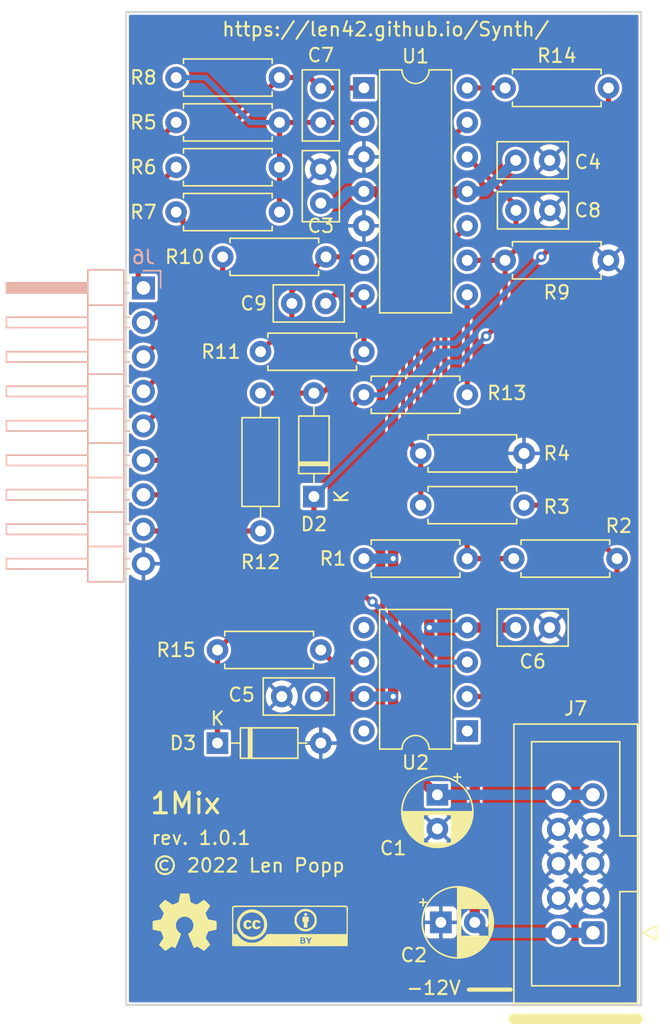
<source format=kicad_pcb>
(kicad_pcb (version 20211014) (generator pcbnew)

  (general
    (thickness 1.6)
  )

  (paper "A4")
  (title_block
    (title "Eurorack Mixer")
    (date "2022-12-22")
    (rev "1.0.1")
    (company "Len Popp")
    (comment 1 "Copyright © 2022 Len Popp CC BY")
    (comment 2 "Board settings comply with requirements of OSH Park https://oshpark.com/")
    (comment 3 "Eurorack 3:1 mixer module - 4HP")
  )

  (layers
    (0 "F.Cu" signal)
    (31 "B.Cu" signal)
    (36 "B.SilkS" user "B.Silkscreen")
    (37 "F.SilkS" user "F.Silkscreen")
    (38 "B.Mask" user)
    (39 "F.Mask" user)
    (40 "Dwgs.User" user "User.Drawings")
    (41 "Cmts.User" user "User.Comments")
    (44 "Edge.Cuts" user)
    (45 "Margin" user)
    (46 "B.CrtYd" user "B.Courtyard")
    (47 "F.CrtYd" user "F.Courtyard")
    (48 "B.Fab" user)
    (49 "F.Fab" user)
  )

  (setup
    (stackup
      (layer "F.SilkS" (type "Top Silk Screen"))
      (layer "F.Mask" (type "Top Solder Mask") (thickness 0.01))
      (layer "F.Cu" (type "copper") (thickness 0.035))
      (layer "dielectric 1" (type "core") (thickness 1.51) (material "FR4") (epsilon_r 4.5) (loss_tangent 0.02))
      (layer "B.Cu" (type "copper") (thickness 0.035))
      (layer "B.Mask" (type "Bottom Solder Mask") (thickness 0.01))
      (layer "B.SilkS" (type "Bottom Silk Screen"))
      (copper_finish "None")
      (dielectric_constraints no)
    )
    (pad_to_mask_clearance 0.0508)
    (pcbplotparams
      (layerselection 0x00010f0_ffffffff)
      (disableapertmacros false)
      (usegerberextensions true)
      (usegerberattributes true)
      (usegerberadvancedattributes true)
      (creategerberjobfile false)
      (svguseinch false)
      (svgprecision 6)
      (excludeedgelayer true)
      (plotframeref false)
      (viasonmask false)
      (mode 1)
      (useauxorigin false)
      (hpglpennumber 1)
      (hpglpenspeed 20)
      (hpglpendiameter 15.000000)
      (dxfpolygonmode true)
      (dxfimperialunits true)
      (dxfusepcbnewfont true)
      (psnegative false)
      (psa4output false)
      (plotreference true)
      (plotvalue true)
      (plotinvisibletext false)
      (sketchpadsonfab false)
      (subtractmaskfromsilk true)
      (outputformat 1)
      (mirror false)
      (drillshape 0)
      (scaleselection 1)
      (outputdirectory "gerbers/gerbers/")
    )
  )

  (net 0 "")
  (net 1 "+12V")
  (net 2 "GND")
  (net 3 "-12V")
  (net 4 "GAIN")
  (net 5 "Net-(C9-Pad1)")
  (net 6 "Net-(C7-Pad1)")
  (net 7 "Net-(C8-Pad1)")
  (net 8 "Net-(C9-Pad2)")
  (net 9 "LED-RED")
  (net 10 "LED-GREEN")
  (net 11 "OUT")
  (net 12 "IN-ATTEN-1")
  (net 13 "IN-ATTEN-2")
  (net 14 "IN-ATTEN-3")
  (net 15 "GAIN-ATTEN")
  (net 16 "Net-(R13-Pad1)")
  (net 17 "Net-(R14-Pad1)")
  (net 18 "Net-(R15-Pad1)")
  (net 19 "unconnected-(U2-Pad1)")
  (net 20 "unconnected-(U2-Pad5)")
  (net 21 "unconnected-(U2-Pad8)")
  (net 22 "VREF-5")
  (net 23 "VREF-4")
  (net 24 "VREF-LO")

  (footprint "-lmp-misc:Logo_CC_BY" (layer "F.Cu") (at 188.595 128.27))

  (footprint "-lmp-misc:Logo_OSHW" (layer "F.Cu") (at 180.848 128.016))

  (footprint "-lmp-misc:R_Axial_DIN0207_L6.3mm_D2.5mm_P7.62mm_Horizontal" (layer "F.Cu") (at 190.881 107.95 180))

  (footprint "-lmp-misc:C_Disc_D5.0mm_W2.5mm_P2.50mm" (layer "F.Cu") (at 190.881 75.037 90))

  (footprint "-lmp-misc:R_Axial_DIN0207_L6.3mm_D2.5mm_P7.62mm_Horizontal" (layer "F.Cu") (at 183.642 78.994))

  (footprint "Package_DIP:DIP-8_W7.62mm" (layer "F.Cu") (at 201.676 113.919 180))

  (footprint "Package_DIP:DIP-14_W7.62mm" (layer "F.Cu") (at 194.056 66.548))

  (footprint "-lmp-misc:R_Axial_DIN0207_L6.3mm_D2.5mm_P7.62mm_Horizontal" (layer "F.Cu") (at 180.213 72.39))

  (footprint "-lmp-misc:C_Disc_D5.0mm_W2.5mm_P2.50mm" (layer "F.Cu") (at 190.5 111.379 180))

  (footprint "-lmp-misc:R_Axial_DIN0207_L6.3mm_D2.5mm_P7.62mm_Horizontal" (layer "F.Cu") (at 180.213 65.786))

  (footprint "Diode_THT:D_DO-35_SOD27_P7.62mm_Horizontal" (layer "F.Cu") (at 190.373 96.647 90))

  (footprint "-lmp-misc:CP_Radial_D5.0mm_P2.50mm" (layer "F.Cu") (at 199.730004 128.016))

  (footprint "-lmp-misc:R_Axial_DIN0207_L6.3mm_D2.5mm_P7.62mm_Horizontal" (layer "F.Cu") (at 186.436 85.979))

  (footprint "-lmp-misc:C_Disc_D5.0mm_W2.5mm_P2.50mm" (layer "F.Cu") (at 190.881 69.088 90))

  (footprint "-lmp-misc:R_Axial_DIN0207_L6.3mm_D2.5mm_P7.62mm_Horizontal" (layer "F.Cu") (at 204.47 66.548))

  (footprint "-lmp-misc:R_Axial_DIN0207_L6.3mm_D2.5mm_P10.16mm_Horizontal" (layer "F.Cu") (at 186.436 89.027 -90))

  (footprint "-lmp-misc:R_Axial_DIN0207_L6.3mm_D2.5mm_P7.62mm_Horizontal" (layer "F.Cu") (at 180.213 69.088))

  (footprint "-lmp-misc:C_Disc_D5.0mm_W2.5mm_P2.50mm" (layer "F.Cu") (at 207.752 71.882 180))

  (footprint "-lmp-misc:C_Disc_D5.0mm_W2.5mm_P2.50mm" (layer "F.Cu") (at 205.272 75.565))

  (footprint "-lmp-misc:CP_Radial_D5.0mm_P2.50mm" (layer "F.Cu") (at 199.476004 118.618 -90))

  (footprint "-lmp-misc:R_Axial_DIN0207_L6.3mm_D2.5mm_P7.62mm_Horizontal" (layer "F.Cu") (at 180.213 75.692))

  (footprint "-lmp-misc:R_Axial_DIN0207_L6.3mm_D2.5mm_P7.62mm_Horizontal" (layer "F.Cu") (at 212.09 79.248 180))

  (footprint "-lmp-misc:R_Axial_DIN0207_L6.3mm_D2.5mm_P7.62mm_Horizontal" (layer "F.Cu") (at 205.105 101.219))

  (footprint "-lmp-misc:R_Axial_DIN0207_L6.3mm_D2.5mm_P7.62mm_Horizontal" (layer "F.Cu") (at 198.247 93.472))

  (footprint "-lmp-misc:C_Disc_D5.0mm_W2.5mm_P2.50mm" (layer "F.Cu") (at 207.752 106.299 180))

  (footprint "-lmp-misc:R_Axial_DIN0207_L6.3mm_D2.5mm_P7.62mm_Horizontal" (layer "F.Cu") (at 194.056 101.219))

  (footprint "-lmp-misc:R_Axial_DIN0207_L6.3mm_D2.5mm_P7.62mm_Horizontal" (layer "F.Cu") (at 205.867 97.282 180))

  (footprint "Diode_THT:D_DO-35_SOD27_P7.62mm_Horizontal" (layer "F.Cu") (at 183.261 114.808))

  (footprint "-lmp-synth:IDC-Header-Eurorack-10-TH" (layer "F.Cu") (at 210.947 128.778 180))

  (footprint "-lmp-misc:R_Axial_DIN0207_L6.3mm_D2.5mm_P7.62mm_Horizontal" (layer "F.Cu") (at 201.676 89.154 180))

  (footprint "-lmp-misc:C_Disc_D5.0mm_W2.5mm_P2.50mm" (layer "F.Cu") (at 188.742 82.423))

  (footprint "Connector_PinHeader_2.54mm:PinHeader_1x09_P2.54mm_Horizontal" (layer "B.Cu")
    (tedit 59FED5CB) (tstamp 60672a5c-987e-4067-9f00-3c5b1248ff54)
    (at 177.8 81.28 180)
    (descr "Through hole angled pin header, 1x09, 2.54mm pitch, 6mm pin length, single row")
    (tags "Through hole angled pin header THT 1x09 2.54mm single row")
    (property "Distributor" "Adafruit")
    (property "Distributor2" "Mouser")
    (property "DistributorPartLink" "https://www.adafruit.com/product/1540")
    (property "DistributorPartLink2" "https://www.mouser.ca/ProductDetail/Amphenol-FCI/10129379-936001BLF?qs=0lQeLiL1qyaSuTs3FuCL%2FQ%3D%3D")
    (property "DistributorPartNum" "1540")
    (property "DistributorPartNum2" "649-1012937993601BLF")
    (property "Sheetfile" "Mixer1.kicad_sch")
    (property "Sheetname" "")
    (path "/4dd4f107-13de-4666-8206-f2fe4e1d07f5")
    (attr through_hole)
    (fp_text reference "J6" (at 0 2.27) (layer "B.SilkS")
      (effects (font (size 1 1) (thickness 0.15)) (justify mirror))
      (tstamp 91c2e64c-5c6a-4dac-9afc-e2fac1a311a7)
    )
    (fp_text value "Conn_PCB_Back" (at 4.385 -22.59) (layer "B.Fab")
      (effects (font (size 1 1) (thickness 0.15)) (justify mirror))
      (tstamp c17e6a44-9420-474b-83cd-2be7bfdfcb16)
    )
    (fp_text user "${REFERENCE}" (at 2.77 -10.16 90) (layer "B.Fab")
      (effects (font (size 1 1) (thickness 0.15)) (justify mirror))
      (tstamp bcb1ab41-ca31-43b2-b641-97ddd416bf7c)
    )
    (fp_line (start 10.1 -12.32) (end 10.1 -13.08) (layer "B.SilkS") (width 0.12) (tstamp 0545a196-062c-49f0-8420-69e184362329))
    (fp_line (start 1.44 -21.65) (end 4.1 -21.65) (layer "B.SilkS") (width 0.12) (tstamp 0b947b36-4809-4a0c-b515-9de88340f39f))
    (fp_line (start 4.1 0.32) (end 10.1 0.32) (layer "B.SilkS") (width 0.12) (tstamp 0bd556b2-22b4-4483-a26b-8798f54a64ee))
    (fp_line (start 1.44 -6.35) (end 4.1 -6.35) (layer "B.SilkS") (width 0.12) (tstamp 0f3da53d-3f6e-4f83-82ab-7cae168ea121))
    (fp_line (start 1.44 -8.89) (end 4.1 -8.89) (layer "B.SilkS") (width 0.12) (tstamp 107c8bb9-2634-445f-8c15-7d4621567b10))
    (fp_line (start 1.11 0.38) (end 1.44 0.38) (layer "B.SilkS") (width 0.12) (tstamp 15ceec4d-ccc8-4811-b218-25cf5b1d4cf5))
    (fp_line (start 10.1 -17.4) (end 10.1 -18.16) (layer "B.SilkS") (width 0.12) (tstamp 185e71d2-28ec-4acb-b6fe-7c7848e37cdc))
    (fp_line (start 10.1 -5.46) (end 4.1 -5.46) (layer "B.SilkS") (width 0.12) (tstamp 1d5b1871-e5db-430d-830b-36f25660cae0))
    (fp_line (start 1.44 -1.27) (end 4.1 -1.27) (layer "B.SilkS") (width 0.12) (tstamp 2775240b-24cc-459f-8c91-65b07420c92c))
    (fp_line (start 10.1 -8) (end 4.1 -8) (layer "B.SilkS") (width 0.12) (tstamp 2904066b-f311-4b3a-8e5e-202317f84248))
    (fp_line (start 1.042929 -18.16) (end 1.44 -18.16) (layer "B.SilkS") (width 0.12) (tstamp 30a35f00-61b9-4153-b2ae-06abda514381))
    (fp_line (start 4.1 -0.28) (end 10.1 -0.28) (layer "B.SilkS") (width 0.12) (tstamp 319eecc3-7e8d-4819-9a78-8ced7bbc8762))
    (fp_line (start 1.44 -16.51) (end 4.1 -16.51) (layer "B.SilkS") (width 0.12) (tstamp 3285fdc1-06a4-4241-b0a8-245b10e8e5d4))
    (fp_line (start 10.1 0.38) (end 10.1 -0.38) (layer "B.SilkS") (width 0.12) (tstamp 3761bd54-c881-4617-83d6-fb5a3a8b5c84))
    (fp_line (start 10.1 -2.92) (end 4.1 -2.92) (layer "B.SilkS") (width 0.12) (tstamp 3cc73f46-7568-41c5-ae8e-995f302a33a8))
    (fp_line (start 1.042929 -20.7) (end 1.44 -20.7) (layer "B.SilkS") (width 0.12) (tstamp 3f427d22-65b7-4e60-ab99-a0f68257d2fd))
    (fp_line (start -1.27 1.27) (end 0 1.27) (layer "B.SilkS") (width 0.12) (tstamp 40ab5260-3044-4a7e-9f1c-668c1d01cebf))
    (fp_line (start 1.042929 -15.62) (end 1.44 -15.62) (layer "B.SilkS") (width 0.12) (tstamp 41228d3b-624a-497f-8936-f2c352ccfe03))
    (fp_line (start 10.1 -13.08) (end 4.1 -13.08) (layer "B.SilkS") (width 0.12) (tstamp 44c2a655-ae65-46bb-8a8f-5354c47c1574))
    (fp_line (start 1.042929 -7.24) (end 1.44 -7.24) (layer "B.SilkS") (width 0.12) (tstamp 484b348b-a390-46ae-bc57-75b5138d7226))
    (fp_line (start 4.1 -19.94) (end 10.1 -19.94) (layer "B.SilkS") (width 0.12) (tstamp 4cf1c247-52eb-4475-b637-d77d619090a6))
    (fp_line (start 10.1 -18.16) (end 4.1 -18.16) (layer "B.SilkS") (width 0.12) (tstamp 519c2045-7dd4-4fad-8f4a-bfe33a514364))
    (fp_line (start -1.27 0) (end -1.27 1.27) (layer "B.SilkS") (width 0.12) (tstamp 5bfb9e42-1832-4fc0-9770-3883fe9a05fc))
    (fp_line (start 1.042929 -17.4) (end 1.44 -17.4) (layer "B.SilkS") (width 0.12) (tstamp 634c8d3e-0e18-4b00-bb82-290158102229))
    (fp_line (start 1.042929 -8) (end 1.44 -8) (layer "B.SilkS") (width 0.12) (tstamp 641f6d1b-e8fe-4c1c-bca0-bab56354a84e))
    (fp_line (start 4.1 -4.7) (end 10.1 -4.7) (layer "B.SilkS") (width 0.12) (tstamp 658f3545-448f-4ac0-aac0-211a53945f99))
    (fp_line (start 10.1 -0.38) (end 4.1 -0.38) (layer "B.SilkS") (width 0.12) (tstamp 67598037-37b4-4364-b73c-bd5268f9f408))
    (fp_line (start 1.44 1.33) (end 1.44 -21.65) (layer "B.SilkS") (width 0.12) (tstamp 69d9e36a-a9fa-4b35-8699-513f2a5f8001))
    (fp_line (start 4.1 1.33) (end 1.44 1.33) (layer "B.SilkS") (width 0.12) (tstamp 6c622c4c-aa69-44e8-9390-edeaf983993a))
    (fp_line (start 1.042929 -9.78) (end 1.44 -9.78) (layer "B.SilkS") (width 0.12) (tstamp 6d644674-1667-4d47-8b9a-1d52d2a14af3))
    (fp_line (start 4.1 -17.4) (end 10.1 -17.4) (layer "B.SilkS") (width 0.12) (tstamp 6dcf9714-88c9-4de5-a82b-a0a1e1bbb84f))
    (fp_line (start 1.042929 -5.46) (end 1.44 -5.46) (layer "B.SilkS") (width 0.12) (tstamp 7a5c79ad-bec9-4218-95b3-d4c330693850))
    (fp_line (start 10.1 -20.7) (end 4.1 -20.7) (layer "B.SilkS") (width 0.12) (tstamp 83d4bb35-cead-4a8c-8e1a-c84790efa629))
    (fp_line (start 1.042929 -4.7) (end 1.44 -4.7) (layer "B.SilkS") (width 0.12) (tstamp 8791c6af-f651-4111-ba56-818d1d6fe495))
    (fp_line (start 1.44 -13.97) (end 4.1 -13.97) (layer "B.SilkS") (width 0.12) (tstamp 8a8af6be-ac0d-4c0e-9154-6aad366379cd))
    (fp_line (start 4.1 -0.16) (end 10.1 -0.16) (layer "B.SilkS") (width 0.12) (tstamp 8c8052e6-1d12-469f-9ca9-33b37e25f92d))
    (fp_line (start 4.1 -2.16) (end 10.1 -2.16) (layer "B.SilkS") (width 0.12) (tstamp 92c0e529-e8e6-4fc0-a254-a3d3915a6e51))
    (fp_line (start 10.1 -7.24) (end 10.1 -8) (layer "B.SilkS") (width 0.12) (tstamp 949c8c41-640a-4ad9-938f-15c6ad27109d))
    (fp_line (start 1.042929 -19.94) (end 1.44 -19.94) (layer "B.SilkS") (width 0.12) (tstamp 98f96112-8e08-43a3-9868-9501c7a57bab))
    (fp_line (start 1.042929 -12.32) (end 1.44 -12.32) (layer "B.SilkS") (width 0.12) (tstamp 9aef5b3f-4ef7-422d-bd3c-96a9aa2eb35e))
    (fp_line (start 4.1 -12.32) (end 10.1 -12.32) (layer "B.SilkS") (width 0.12) (tstamp 9e8057f6-21c0-499a-88ed-097955c04f1e))
    (fp_line (start 4.1 0.38) (end 10.1 0.38) (layer "B.SilkS") (width 0.12) (tstamp a523d456-bfab-45dd-86eb-814cd381294f))
    (fp_line (start 10.1 -4.7) (end 10.1 -5.46) (layer "B.SilkS") (width 0.12) (tstamp a8c3a11d-8555-4448-9b48-df3d406719c6))
    (fp_line (start 4.1 0.08) (end 10.1 0.08) (layer "B.SilkS") (width 0.12) (tstamp b015d4d0-f2b6-467f-b23d-9c5f3814a27d))
    (fp_line (start 4.1 -0.04) (end 10.1 -0.04) (layer "B.SilkS") (width 0.12) (tstamp b0c103fb-1bb7-432b-afd4-e49f840119b2))
    (fp_line (start 10.1 -15.62) (end 4.1 -15.62) (layer "B.SilkS") (width 0.12) (tstamp b311b97e-8858-4dec-b4e0-05eb49f89567))
    (fp_line (start 1.44 -19.05) (end 4.1 -19.05) (layer "B.SilkS") (width 0.12) (tstamp b3bc6fa4-55c1-4751-8531-e4ac81413794))
    (fp_line (start 1.44 -11.43) (end 4.1 -11.43) (layer "B.SilkS") (width 0.12) (tstamp c0d87ae5-059a-4efb-906d-f31d62a0e81a))
    (fp_line (start 1.042929 -2.16) (end 1.44 -2.16) (layer "B.SilkS") (width 0.12) (tstamp c3984726-2ead-4002-bb0c-a4806c06f53d))
    (fp_line (start 1.042929 -13.08) (end 1.44 -13.08) (layer "B.SilkS") (width 0.12) (tstamp c531cad3-9fb0-49fb-9b9f-923654025c37))
    (fp_line (start 4.1 -14.86) (end 10.1 -14.86) (layer "B.SilkS") (width 0.12) (tstamp ca00d3a2-a897-434f-967b-77b2642f0c6e))
    (fp_line (start 10.1 -9.78) (end 10.1 -10.54) (layer "B.SilkS") (width 0.12) (tstamp d07cee16-8b83-4c8c-a783-ca837981cb01))
    (fp_line (start 1.042929 -14.86) (end 1.44 -14.86) (layer "B.SilkS") (width 0.12) (tstamp d12f9c13-ecfc-4b59-86f1-8febfd05df70))
    (fp_line (start 1.042929 -10.54) (end 1.44 -10.54) (layer "B.SilkS") (width 0.12) (tstamp d69b74ba-3da7-4ba7-a84b-918ffe18c8df))
    (fp_line (start 1.11 -0.38) (end 1.44 -0.38) (layer "B.SilkS") (width 0.12) (tstamp d9426ba0-dbe0-4252-beee-bc5b0cfec1e6))
    (fp_line (start 4.1 -7.24) (end 10.1 -7.24) (layer "B.SilkS") (width 0.12) (tstamp d992a56b-509a-4965-9c27-9cffe9eb1834))
    (fp_line (start 10.1 -19.94) (end 10.1 -20.7) (layer "B.SilkS") (width 0.12) (tstamp ded2a1c9-edc3-450d-9bef-382bb9f9c128))
    (fp_line (start 10.1 -14.86) (end 10.1 -15.62) (layer "B.SilkS") (width 0.12) (tstamp e02a0ac1-aea0-460b-893b-90866745e595))
    (fp_line (start 1.44 -3.81) (end 4.1 -3.81) (layer "B.SilkS") (width 0.12) (tstamp e6358e36-53c8-4899-aa47-6aa2e1c51128))
    (fp_line (start 4.1 0.2) (end 10.1 0.2) (layer "B.SilkS") (width 0.12) (tstamp e74ed42a-fedc-4fe6-9d0b-7ad7b2376249))
    (fp_line (start 4.1 -9.78) (end 10.1 -9.78) (layer "B.SilkS") (width 0.12) (tstamp e7f0d3bf-7cb7-4d7b-8218-350173969ba5))
    (fp_line (start 10.1 -10.54) (end 4.1 -10.54) (layer "B.SilkS") (width 0.12) (tstamp f1a32635-a004-4e16-8450-15c9259131fd))
    (fp_line (start 1.042929 -2.92) (end 1.44 -2.92) (layer "B.SilkS") (width 0.12) (tstamp f5616964-ffde-481f-a713-effc4fb6fa60))
    (fp_line (start 10.1 -2.16) (end 10.1 -2.92) (layer "B.SilkS") (width 0.12) (tstamp f63f05b5-2c49-4c49-aa80-48f61cae128e))
    (fp_line (start 4.1 -21.65) (end 4.1 1.33) (layer "B.SilkS") (width 0.12) (tstamp f8488939-dd29-434a-baaf-08f735633de0))
    (fp_line (start -1.8 1.8) (end -1.8 -22.1) (layer "B.CrtYd") (width 0.05) (tstamp 7c8532b6-cf5f-479e-b991-36c3e18ccdb7))
    (fp_line (start 10.55 1.8) (end -1.8 1.8) (layer "B.CrtYd") (width 0.05) (tstamp a14bbaad-d055-4000-a752-e1b5228bb029))
    (fp_line (start 10.55 -22.1) (end 10.55 1.8) (layer "B.CrtYd") (width 0.05) (tstamp aa32f82c-f419-4f03-b925-7135c49fd558))
    (fp_line (start -1.8 -22.1) (end 10.55 -22.1) (layer "B.CrtYd") (width 0.05) (tstamp f14fb276-633f-4aa0-923b-54c96d5eb5aa))
    (fp_line (start 4.04 -13.02) (end 10.04 -13.02) (layer "B.Fab") (width 0.1) (tstamp 01c0d024-5a33-45a1-8198-c013445e373b))
    (fp_line (start 4.04 -7.3) (end 10.04 -7.3) (layer "B.Fab") (width 0.1) (tstamp 0270f8d8-2eb2-48ca-8eb2-1cba3fb5f3cd))
    (fp_line (start 4.04 -5.4) (end 10.04 -5.4) (layer "B.Fab") (width 0.1) (tstamp 02a77aff-246d-4019-92cd-8da6ebcc4067))
    (fp_line (start -0.32 -17.46) (end 1.5 -17.46) (layer "B.Fab") (width 0.1) (tstamp 07739e43-cca2-454d-87b4-5c411fa930c8))
    (fp_line (start 10.04 -20) (end 10.04 -20.64) (layer "B.Fab") (width 0.1) (tstamp 1999301a-a53e-403f-a861-66ebe68bde90))
    (fp_line (start -0.32 -5.4) (end 1.5 -5.4) (layer "B.Fab") (width 0.1) (tstamp 1b96151f-786c-407e-a603-0e07f3d4f532))
    (fp_line (start 4.04 -0.32) (end 10.04 -0.32) (layer "B.Fab") (width 0.1) (tstamp 1cd2f021-c9b6-48f7-af08-55cee467e530))
    (fp_line (start 4.04 -17.46) (end 10.04 -17.46) (layer "B.Fab") (width 0.1) (tstamp 1f679bc0-7d79-4d0f-9dd9-eac834300796))
    (fp_line (start 1.5 0.635) (end 2.135 1.27) (layer "B.Fab") (width 0.1) (tstamp 29d0930e-0fd2-43c5-a1e5-dc3526b3db02))
    (fp_line (start -0.32 -14.92) (end 1.5 -14.92) (layer "B.Fab") (width 0.1) (tstamp 2b0fb78f-0fa4-4662-aad1-6e594c196f2d))
    (fp_line (start 10.04 -12.38) (end 10.04 -13.02) (layer "B.Fab") (width 0.1) (tstamp 2d676ec0-29e8-45a6-8a70-30c0386e9b17))
    (fp_line (start -0.32 -4.76) (end 1.5 -4.76) (layer "B.Fab") (width 0.1) (tstamp 31b6363e-462b-4457-9b8b-2b75a7030e3b))
    (fp_line (start 10.04 -2.22) (end 10.04 -2.86) (layer "B.Fab") (width 0.1) (tstamp 33f3b454-8956-4129-91d7-7922ca3a3cdd))
    (fp_line (start -0.32 -18.1) (end 1.5 -18.1) (layer "B.Fab") (width 0.1) (tstamp 34135834-1301-4cd1-bfab-9897631bb097))
    (fp_line (start -0.32 -13.02) (end 1.5 -13.02) (layer "B.Fab") (width 0.1) (tstamp 44e89e3e-a46b-4041-a605-4698953ecf52))
    (fp_line (start 10.04 0.32) (end 10.04 -0.32) (layer "B.Fab") (width 0.1) (tstamp 45b13c36-3b13-437a-9c27-2042a9068c0e))
    (fp_line (start 10.04 -17.46) (end 10.04 -18.1) (layer "B.Fab") (width 0.1) (tstamp 4c7372fc-ad4b-4b40-b654-cdfb1f801394))
    (fp_line (start 10.04 -9.84) (end 10.04 -10.48) (layer "B.Fab") (width 0.1) (tstamp 4effe8ef-e8e4-4b2c-a8b9-fa467a386e61))
    (fp_line (start -0.32 -15.56) (end 1.5 -15.56) (layer "B.Fab") (width 0.1) (tstamp 56544df7-3efd-4a42-9ff6-d6a5cc07a52d))
    (fp_line (start 4.04 -20) (end 10.04 -20) (layer "B.Fab") (width 0.1) (tstamp 592bb365-8fc9-4e46-9088-6a64dc10e3a8))
    (fp_line (start 10.04 -14.92) (end 10.04 -15.56) (layer "B.Fab") (width 0.1) (tstamp 592e6fbc-85bf-4d78-8e88-6f54c81adb6e))
    (fp_line (start 4.04 1.27) (end 4.04 -21.59) (layer "B.Fab") (width 0.1) (tstamp 5ef0595e-fd23-4e6c-b057-869c88e1f7fe))
    (fp_line (start -0.32 -7.3) (end 1.5 -7.3) (layer "B.Fab") (width 0.1) (tstamp 6255c8f6-12e6-42ee-8dfd-83d7b1e038ef))
    (fp_line (start -0.32 -20.64) (end 1.5 -20.64) (layer "B.Fab") (width 0.1) (tstamp 64f5e7bd-07b0-4928-a339-bcc8006fed4c))
    (fp_line (start -0.32 -10.48) (end 1.5 -10.48) (layer "B.Fab") (width 0.1) (tstamp 68d67a9a-109b-44f4-ba23-7cfac2dbe9e7))
    (fp_line (start 4.04 0.32) (end 10.04 0.32) (layer "B.Fab") (width 0.1) (tstamp 7bd0111e-5698-45f2-bd6f-b87a16e0e58b))
    (fp_line (start 1.5 -21.59) (end 1.5 0.635) (layer "B.Fab") (width 0.1) (tstamp 8954f3fb-212a-457c-b167-dacfe3068a43))
    (fp_line (start 10.04 -4.76) (end 10.04 -5.4) (layer "B.Fab") (width 0.1) (tstamp 8fd7200f-8253-4629-b31b-794fe19c962c))
    (fp_line (start -0.32 -0.32) (end 1.5 -0.32) (layer "B.Fab") (width 0.1) (tstamp 92f3af6e-8708-4112-894b-fd6aeae386f7))
    (fp_line (start 4.04 -20.64) (end 10.04 -20.64) (layer "B.Fab") (width 0.1) (tstamp 973d040f-ce0c-42bb-9aef-e79c4d5cae05))
    (fp_line (start 4.04 -21.59) (end 1.5 -21.59) (layer "B.Fab") (width 0.1) (tstamp 999bd28f-f1fd-4fc5-bee9-da2df0450258))
    (fp_line (start 4.04 -10.48) (end 10.04 -10.48) (layer "B.Fab") (width 0.1) (tstamp 9a27e409-3bd2-470d-a608-6663a80179b6))
    (fp_line (start 4.04 -2.86) (end 10.04 -2.86) (layer "B.Fab") (width 0.1) (tstamp 9c2f706c-308a-4fad-ae6e-6d12366d44ec))
    (fp_line (start -0.32 -7.3) (end -0.32 -7.94) (layer "B.Fab") (width 0.1) (tstamp 9d9f2c4c-4bd3-482d-b8ca-fc62b4e010b9))
    (fp_line (start -0.32 -20) (end -0.32 -20.64) (layer "B.Fab") (width 0.1) (tstamp a2e07e10-6b9c-4334-ae4d-8618293ac0bc))
    (fp_line (start -0.32 -9.84) (end 1.5 -9.84) (layer "B.Fab") (width 0.1) (tstamp a7efd689-699d-47ee-a507-b587ed313793))
    (fp_line (start 4.04 -7.94) (end 10.04 -7.94) (layer "B.Fab") (width 0.1) (tstamp a8ea6c16-b78c-411e-9c43-e1badce48ac8))
    (fp_line (start -0.32 0.32) (end -0.32 -0.32) (layer "B.Fab") (width 0.1) (tstamp ae5b1945-0035-407e-aa82-4a19cb2a4b33))
    (fp_line (start 4.04 -2.22) (end 10.04 -2.22) (layer "B.Fab") (width 0.1) (tstamp b2c538c3-982c-4b12-83f7-dd91ab88b0ae))
    (fp_line (start 4.04 -9.84) (end 10.04 -9.84) (layer "B.Fab") (width 0.1) (t
... [625544 chars truncated]
</source>
